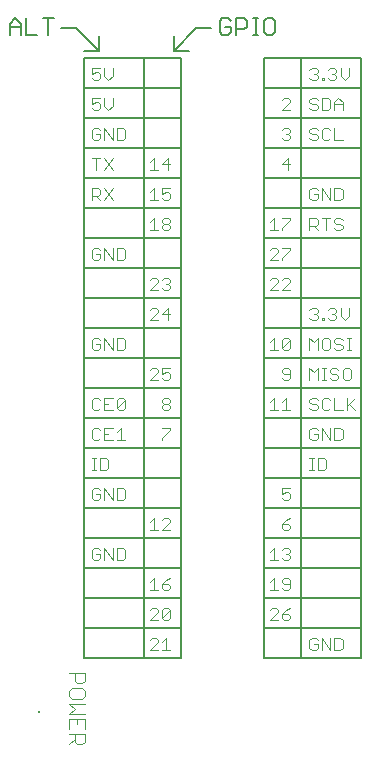
<source format=gto>
G75*
%MOIN*%
%OFA0B0*%
%FSLAX25Y25*%
%IPPOS*%
%LPD*%
%AMOC8*
5,1,8,0,0,1.08239X$1,22.5*
%
%ADD10C,0.00400*%
%ADD11C,0.00800*%
%ADD12C,0.00500*%
%ADD13R,0.00787X0.00787*%
D10*
X0023700Y0004801D02*
X0025401Y0006502D01*
X0025401Y0005651D02*
X0025401Y0008204D01*
X0023700Y0008204D02*
X0028804Y0008204D01*
X0028804Y0005651D01*
X0027954Y0004801D01*
X0026252Y0004801D01*
X0025401Y0005651D01*
X0023700Y0009865D02*
X0023700Y0013268D01*
X0028804Y0013268D01*
X0028804Y0009865D01*
X0026252Y0011566D02*
X0026252Y0013268D01*
X0023700Y0014929D02*
X0025401Y0016631D01*
X0023700Y0018332D01*
X0028804Y0018332D01*
X0027954Y0019994D02*
X0028804Y0020844D01*
X0028804Y0022546D01*
X0027954Y0023396D01*
X0024551Y0023396D01*
X0023700Y0022546D01*
X0023700Y0020844D01*
X0024551Y0019994D01*
X0027954Y0019994D01*
X0027954Y0025058D02*
X0026252Y0025058D01*
X0025401Y0025909D01*
X0025401Y0028461D01*
X0023700Y0028461D02*
X0028804Y0028461D01*
X0028804Y0025909D01*
X0027954Y0025058D01*
X0028804Y0014929D02*
X0023700Y0014929D01*
X0031884Y0066200D02*
X0033252Y0066200D01*
X0033936Y0066884D01*
X0033936Y0068252D01*
X0032568Y0068252D01*
X0033936Y0069620D02*
X0033252Y0070304D01*
X0031884Y0070304D01*
X0031200Y0069620D01*
X0031200Y0066884D01*
X0031884Y0066200D01*
X0035344Y0066200D02*
X0035344Y0070304D01*
X0038079Y0066200D01*
X0038079Y0070304D01*
X0039487Y0070304D02*
X0039487Y0066200D01*
X0041539Y0066200D01*
X0042223Y0066884D01*
X0042223Y0069620D01*
X0041539Y0070304D01*
X0039487Y0070304D01*
X0039487Y0086200D02*
X0041539Y0086200D01*
X0042223Y0086884D01*
X0042223Y0089620D01*
X0041539Y0090304D01*
X0039487Y0090304D01*
X0039487Y0086200D01*
X0038079Y0086200D02*
X0038079Y0090304D01*
X0035344Y0090304D02*
X0035344Y0086200D01*
X0033936Y0086884D02*
X0033936Y0088252D01*
X0032568Y0088252D01*
X0033936Y0089620D02*
X0033252Y0090304D01*
X0031884Y0090304D01*
X0031200Y0089620D01*
X0031200Y0086884D01*
X0031884Y0086200D01*
X0033252Y0086200D01*
X0033936Y0086884D01*
X0035344Y0090304D02*
X0038079Y0086200D01*
X0036014Y0096200D02*
X0033962Y0096200D01*
X0033962Y0100304D01*
X0036014Y0100304D01*
X0036698Y0099620D01*
X0036698Y0096884D01*
X0036014Y0096200D01*
X0032568Y0096200D02*
X0031200Y0096200D01*
X0031884Y0096200D02*
X0031884Y0100304D01*
X0031200Y0100304D02*
X0032568Y0100304D01*
X0031884Y0106200D02*
X0033252Y0106200D01*
X0033936Y0106884D01*
X0035344Y0106200D02*
X0035344Y0110304D01*
X0038079Y0110304D01*
X0039487Y0108936D02*
X0040855Y0110304D01*
X0040855Y0106200D01*
X0039487Y0106200D02*
X0042223Y0106200D01*
X0038079Y0106200D02*
X0035344Y0106200D01*
X0035344Y0108252D02*
X0036711Y0108252D01*
X0033936Y0109620D02*
X0033252Y0110304D01*
X0031884Y0110304D01*
X0031200Y0109620D01*
X0031200Y0106884D01*
X0031884Y0106200D01*
X0031884Y0116200D02*
X0033252Y0116200D01*
X0033936Y0116884D01*
X0035344Y0116200D02*
X0038079Y0116200D01*
X0039487Y0116884D02*
X0039487Y0119620D01*
X0040171Y0120304D01*
X0041539Y0120304D01*
X0042223Y0119620D01*
X0039487Y0116884D01*
X0040171Y0116200D01*
X0041539Y0116200D01*
X0042223Y0116884D01*
X0042223Y0119620D01*
X0038079Y0120304D02*
X0035344Y0120304D01*
X0035344Y0116200D01*
X0035344Y0118252D02*
X0036711Y0118252D01*
X0033936Y0119620D02*
X0033252Y0120304D01*
X0031884Y0120304D01*
X0031200Y0119620D01*
X0031200Y0116884D01*
X0031884Y0116200D01*
X0031884Y0136200D02*
X0033252Y0136200D01*
X0033936Y0136884D01*
X0033936Y0138252D01*
X0032568Y0138252D01*
X0033936Y0139620D02*
X0033252Y0140304D01*
X0031884Y0140304D01*
X0031200Y0139620D01*
X0031200Y0136884D01*
X0031884Y0136200D01*
X0035344Y0136200D02*
X0035344Y0140304D01*
X0038079Y0136200D01*
X0038079Y0140304D01*
X0039487Y0140304D02*
X0039487Y0136200D01*
X0041539Y0136200D01*
X0042223Y0136884D01*
X0042223Y0139620D01*
X0041539Y0140304D01*
X0039487Y0140304D01*
X0050413Y0146200D02*
X0053149Y0148936D01*
X0053149Y0149620D01*
X0052465Y0150304D01*
X0051097Y0150304D01*
X0050413Y0149620D01*
X0050413Y0146200D02*
X0053149Y0146200D01*
X0054556Y0148252D02*
X0057292Y0148252D01*
X0056608Y0146200D02*
X0056608Y0150304D01*
X0054556Y0148252D01*
X0055240Y0156200D02*
X0054556Y0156884D01*
X0055240Y0156200D02*
X0056608Y0156200D01*
X0057292Y0156884D01*
X0057292Y0157568D01*
X0056608Y0158252D01*
X0055924Y0158252D01*
X0056608Y0158252D02*
X0057292Y0158936D01*
X0057292Y0159620D01*
X0056608Y0160304D01*
X0055240Y0160304D01*
X0054556Y0159620D01*
X0053149Y0159620D02*
X0052465Y0160304D01*
X0051097Y0160304D01*
X0050413Y0159620D01*
X0053149Y0158936D02*
X0050413Y0156200D01*
X0053149Y0156200D01*
X0053149Y0158936D02*
X0053149Y0159620D01*
X0053149Y0176200D02*
X0050413Y0176200D01*
X0051781Y0176200D02*
X0051781Y0180304D01*
X0050413Y0178936D01*
X0054556Y0178936D02*
X0054556Y0179620D01*
X0055240Y0180304D01*
X0056608Y0180304D01*
X0057292Y0179620D01*
X0057292Y0178936D01*
X0056608Y0178252D01*
X0055240Y0178252D01*
X0054556Y0178936D01*
X0055240Y0178252D02*
X0054556Y0177568D01*
X0054556Y0176884D01*
X0055240Y0176200D01*
X0056608Y0176200D01*
X0057292Y0176884D01*
X0057292Y0177568D01*
X0056608Y0178252D01*
X0056608Y0186200D02*
X0055240Y0186200D01*
X0054556Y0186884D01*
X0054556Y0188252D02*
X0055924Y0188936D01*
X0056608Y0188936D01*
X0057292Y0188252D01*
X0057292Y0186884D01*
X0056608Y0186200D01*
X0057292Y0190304D02*
X0054556Y0190304D01*
X0054556Y0188252D01*
X0053149Y0186200D02*
X0050413Y0186200D01*
X0051781Y0186200D02*
X0051781Y0190304D01*
X0050413Y0188936D01*
X0050413Y0196200D02*
X0053149Y0196200D01*
X0051781Y0196200D02*
X0051781Y0200304D01*
X0050413Y0198936D01*
X0054556Y0198252D02*
X0057292Y0198252D01*
X0056608Y0200304D02*
X0054556Y0198252D01*
X0056608Y0196200D02*
X0056608Y0200304D01*
X0042223Y0206884D02*
X0041539Y0206200D01*
X0039487Y0206200D01*
X0039487Y0210304D01*
X0041539Y0210304D01*
X0042223Y0209620D01*
X0042223Y0206884D01*
X0038079Y0206200D02*
X0038079Y0210304D01*
X0035344Y0210304D02*
X0035344Y0206200D01*
X0033936Y0206884D02*
X0033936Y0208252D01*
X0032568Y0208252D01*
X0033936Y0209620D02*
X0033252Y0210304D01*
X0031884Y0210304D01*
X0031200Y0209620D01*
X0031200Y0206884D01*
X0031884Y0206200D01*
X0033252Y0206200D01*
X0033936Y0206884D01*
X0035344Y0210304D02*
X0038079Y0206200D01*
X0038079Y0200304D02*
X0035344Y0196200D01*
X0038079Y0196200D02*
X0035344Y0200304D01*
X0033936Y0200304D02*
X0031200Y0200304D01*
X0032568Y0200304D02*
X0032568Y0196200D01*
X0033252Y0190304D02*
X0031200Y0190304D01*
X0031200Y0186200D01*
X0031200Y0187568D02*
X0033252Y0187568D01*
X0033936Y0188252D01*
X0033936Y0189620D01*
X0033252Y0190304D01*
X0032568Y0187568D02*
X0033936Y0186200D01*
X0035344Y0186200D02*
X0038079Y0190304D01*
X0035344Y0190304D02*
X0038079Y0186200D01*
X0038079Y0170304D02*
X0038079Y0166200D01*
X0035344Y0170304D01*
X0035344Y0166200D01*
X0033936Y0166884D02*
X0033936Y0168252D01*
X0032568Y0168252D01*
X0033936Y0169620D02*
X0033252Y0170304D01*
X0031884Y0170304D01*
X0031200Y0169620D01*
X0031200Y0166884D01*
X0031884Y0166200D01*
X0033252Y0166200D01*
X0033936Y0166884D01*
X0039487Y0166200D02*
X0041539Y0166200D01*
X0042223Y0166884D01*
X0042223Y0169620D01*
X0041539Y0170304D01*
X0039487Y0170304D01*
X0039487Y0166200D01*
X0051097Y0130304D02*
X0050413Y0129620D01*
X0051097Y0130304D02*
X0052465Y0130304D01*
X0053149Y0129620D01*
X0053149Y0128936D01*
X0050413Y0126200D01*
X0053149Y0126200D01*
X0054556Y0126884D02*
X0055240Y0126200D01*
X0056608Y0126200D01*
X0057292Y0126884D01*
X0057292Y0128252D01*
X0056608Y0128936D01*
X0055924Y0128936D01*
X0054556Y0128252D01*
X0054556Y0130304D01*
X0057292Y0130304D01*
X0056608Y0120304D02*
X0055240Y0120304D01*
X0054556Y0119620D01*
X0054556Y0118936D01*
X0055240Y0118252D01*
X0056608Y0118252D01*
X0057292Y0117568D01*
X0057292Y0116884D01*
X0056608Y0116200D01*
X0055240Y0116200D01*
X0054556Y0116884D01*
X0054556Y0117568D01*
X0055240Y0118252D01*
X0056608Y0118252D02*
X0057292Y0118936D01*
X0057292Y0119620D01*
X0056608Y0120304D01*
X0057292Y0110304D02*
X0054556Y0110304D01*
X0057292Y0109620D02*
X0054556Y0106884D01*
X0054556Y0106200D01*
X0057292Y0109620D02*
X0057292Y0110304D01*
X0056608Y0080304D02*
X0055240Y0080304D01*
X0054556Y0079620D01*
X0057292Y0078936D02*
X0054556Y0076200D01*
X0057292Y0076200D01*
X0057292Y0078936D02*
X0057292Y0079620D01*
X0056608Y0080304D01*
X0053149Y0076200D02*
X0050413Y0076200D01*
X0051781Y0076200D02*
X0051781Y0080304D01*
X0050413Y0078936D01*
X0051781Y0060304D02*
X0051781Y0056200D01*
X0050413Y0056200D02*
X0053149Y0056200D01*
X0054556Y0056884D02*
X0054556Y0058252D01*
X0056608Y0058252D01*
X0057292Y0057568D01*
X0057292Y0056884D01*
X0056608Y0056200D01*
X0055240Y0056200D01*
X0054556Y0056884D01*
X0054556Y0058252D02*
X0055924Y0059620D01*
X0057292Y0060304D01*
X0056608Y0050304D02*
X0055240Y0050304D01*
X0054556Y0049620D01*
X0054556Y0046884D01*
X0057292Y0049620D01*
X0057292Y0046884D01*
X0056608Y0046200D01*
X0055240Y0046200D01*
X0054556Y0046884D01*
X0053149Y0046200D02*
X0050413Y0046200D01*
X0053149Y0048936D01*
X0053149Y0049620D01*
X0052465Y0050304D01*
X0051097Y0050304D01*
X0050413Y0049620D01*
X0050413Y0058936D02*
X0051781Y0060304D01*
X0056608Y0050304D02*
X0057292Y0049620D01*
X0055924Y0040304D02*
X0054556Y0038936D01*
X0053149Y0038936D02*
X0053149Y0039620D01*
X0052465Y0040304D01*
X0051097Y0040304D01*
X0050413Y0039620D01*
X0053149Y0038936D02*
X0050413Y0036200D01*
X0053149Y0036200D01*
X0054556Y0036200D02*
X0057292Y0036200D01*
X0055924Y0036200D02*
X0055924Y0040304D01*
X0090413Y0046200D02*
X0093149Y0048936D01*
X0093149Y0049620D01*
X0092465Y0050304D01*
X0091097Y0050304D01*
X0090413Y0049620D01*
X0090413Y0046200D02*
X0093149Y0046200D01*
X0094556Y0046884D02*
X0095240Y0046200D01*
X0096608Y0046200D01*
X0097292Y0046884D01*
X0097292Y0047568D01*
X0096608Y0048252D01*
X0094556Y0048252D01*
X0094556Y0046884D01*
X0094556Y0048252D02*
X0095924Y0049620D01*
X0097292Y0050304D01*
X0096608Y0056200D02*
X0095240Y0056200D01*
X0094556Y0056884D01*
X0095240Y0058252D02*
X0094556Y0058936D01*
X0094556Y0059620D01*
X0095240Y0060304D01*
X0096608Y0060304D01*
X0097292Y0059620D01*
X0097292Y0056884D01*
X0096608Y0056200D01*
X0097292Y0058252D02*
X0095240Y0058252D01*
X0093149Y0056200D02*
X0090413Y0056200D01*
X0091781Y0056200D02*
X0091781Y0060304D01*
X0090413Y0058936D01*
X0090413Y0066200D02*
X0093149Y0066200D01*
X0091781Y0066200D02*
X0091781Y0070304D01*
X0090413Y0068936D01*
X0094556Y0069620D02*
X0095240Y0070304D01*
X0096608Y0070304D01*
X0097292Y0069620D01*
X0097292Y0068936D01*
X0096608Y0068252D01*
X0097292Y0067568D01*
X0097292Y0066884D01*
X0096608Y0066200D01*
X0095240Y0066200D01*
X0094556Y0066884D01*
X0095924Y0068252D02*
X0096608Y0068252D01*
X0096608Y0076200D02*
X0095240Y0076200D01*
X0094556Y0076884D01*
X0094556Y0078252D01*
X0096608Y0078252D01*
X0097292Y0077568D01*
X0097292Y0076884D01*
X0096608Y0076200D01*
X0094556Y0078252D02*
X0095924Y0079620D01*
X0097292Y0080304D01*
X0096608Y0086200D02*
X0095240Y0086200D01*
X0094556Y0086884D01*
X0094556Y0088252D02*
X0095924Y0088936D01*
X0096608Y0088936D01*
X0097292Y0088252D01*
X0097292Y0086884D01*
X0096608Y0086200D01*
X0094556Y0088252D02*
X0094556Y0090304D01*
X0097292Y0090304D01*
X0103700Y0096200D02*
X0105068Y0096200D01*
X0104384Y0096200D02*
X0104384Y0100304D01*
X0103700Y0100304D02*
X0105068Y0100304D01*
X0106462Y0100304D02*
X0106462Y0096200D01*
X0108514Y0096200D01*
X0109198Y0096884D01*
X0109198Y0099620D01*
X0108514Y0100304D01*
X0106462Y0100304D01*
X0105752Y0106200D02*
X0104384Y0106200D01*
X0103700Y0106884D01*
X0103700Y0109620D01*
X0104384Y0110304D01*
X0105752Y0110304D01*
X0106436Y0109620D01*
X0106436Y0108252D02*
X0105068Y0108252D01*
X0106436Y0108252D02*
X0106436Y0106884D01*
X0105752Y0106200D01*
X0107844Y0106200D02*
X0107844Y0110304D01*
X0110579Y0106200D01*
X0110579Y0110304D01*
X0111987Y0110304D02*
X0111987Y0106200D01*
X0114039Y0106200D01*
X0114723Y0106884D01*
X0114723Y0109620D01*
X0114039Y0110304D01*
X0111987Y0110304D01*
X0111987Y0116200D02*
X0114723Y0116200D01*
X0116131Y0116200D02*
X0116131Y0120304D01*
X0116815Y0118252D02*
X0118866Y0116200D01*
X0116131Y0117568D02*
X0118866Y0120304D01*
X0116801Y0126200D02*
X0117485Y0126884D01*
X0117485Y0129620D01*
X0116801Y0130304D01*
X0115433Y0130304D01*
X0114749Y0129620D01*
X0114749Y0126884D01*
X0115433Y0126200D01*
X0116801Y0126200D01*
X0113342Y0126884D02*
X0112658Y0126200D01*
X0111290Y0126200D01*
X0110606Y0126884D01*
X0111290Y0128252D02*
X0110606Y0128936D01*
X0110606Y0129620D01*
X0111290Y0130304D01*
X0112658Y0130304D01*
X0113342Y0129620D01*
X0112658Y0128252D02*
X0113342Y0127568D01*
X0113342Y0126884D01*
X0112658Y0128252D02*
X0111290Y0128252D01*
X0109211Y0130304D02*
X0107844Y0130304D01*
X0108527Y0130304D02*
X0108527Y0126200D01*
X0107844Y0126200D02*
X0109211Y0126200D01*
X0106436Y0126200D02*
X0106436Y0130304D01*
X0105068Y0128936D01*
X0103700Y0130304D01*
X0103700Y0126200D01*
X0104384Y0120304D02*
X0103700Y0119620D01*
X0103700Y0118936D01*
X0104384Y0118252D01*
X0105752Y0118252D01*
X0106436Y0117568D01*
X0106436Y0116884D01*
X0105752Y0116200D01*
X0104384Y0116200D01*
X0103700Y0116884D01*
X0104384Y0120304D02*
X0105752Y0120304D01*
X0106436Y0119620D01*
X0107844Y0119620D02*
X0107844Y0116884D01*
X0108527Y0116200D01*
X0109895Y0116200D01*
X0110579Y0116884D01*
X0111987Y0116200D02*
X0111987Y0120304D01*
X0110579Y0119620D02*
X0109895Y0120304D01*
X0108527Y0120304D01*
X0107844Y0119620D01*
X0108527Y0136200D02*
X0107844Y0136884D01*
X0107844Y0139620D01*
X0108527Y0140304D01*
X0109895Y0140304D01*
X0110579Y0139620D01*
X0110579Y0136884D01*
X0109895Y0136200D01*
X0108527Y0136200D01*
X0106436Y0136200D02*
X0106436Y0140304D01*
X0105068Y0138936D01*
X0103700Y0140304D01*
X0103700Y0136200D01*
X0104384Y0146200D02*
X0103700Y0146884D01*
X0104384Y0146200D02*
X0105752Y0146200D01*
X0106436Y0146884D01*
X0106436Y0147568D01*
X0105752Y0148252D01*
X0105068Y0148252D01*
X0105752Y0148252D02*
X0106436Y0148936D01*
X0106436Y0149620D01*
X0105752Y0150304D01*
X0104384Y0150304D01*
X0103700Y0149620D01*
X0107844Y0146884D02*
X0107844Y0146200D01*
X0108527Y0146200D01*
X0108527Y0146884D01*
X0107844Y0146884D01*
X0109915Y0146884D02*
X0110599Y0146200D01*
X0111967Y0146200D01*
X0112651Y0146884D01*
X0112651Y0147568D01*
X0111967Y0148252D01*
X0111283Y0148252D01*
X0111967Y0148252D02*
X0112651Y0148936D01*
X0112651Y0149620D01*
X0111967Y0150304D01*
X0110599Y0150304D01*
X0109915Y0149620D01*
X0114059Y0150304D02*
X0114059Y0147568D01*
X0115427Y0146200D01*
X0116795Y0147568D01*
X0116795Y0150304D01*
X0116815Y0140304D02*
X0116815Y0136200D01*
X0117498Y0136200D02*
X0116131Y0136200D01*
X0114723Y0136884D02*
X0114039Y0136200D01*
X0112671Y0136200D01*
X0111987Y0136884D01*
X0112671Y0138252D02*
X0111987Y0138936D01*
X0111987Y0139620D01*
X0112671Y0140304D01*
X0114039Y0140304D01*
X0114723Y0139620D01*
X0114039Y0138252D02*
X0114723Y0137568D01*
X0114723Y0136884D01*
X0114039Y0138252D02*
X0112671Y0138252D01*
X0116131Y0140304D02*
X0117498Y0140304D01*
X0114039Y0176200D02*
X0112671Y0176200D01*
X0111987Y0176884D01*
X0112671Y0178252D02*
X0111987Y0178936D01*
X0111987Y0179620D01*
X0112671Y0180304D01*
X0114039Y0180304D01*
X0114723Y0179620D01*
X0114039Y0178252D02*
X0114723Y0177568D01*
X0114723Y0176884D01*
X0114039Y0176200D01*
X0114039Y0178252D02*
X0112671Y0178252D01*
X0110579Y0180304D02*
X0107844Y0180304D01*
X0109211Y0180304D02*
X0109211Y0176200D01*
X0106436Y0176200D02*
X0105068Y0177568D01*
X0105752Y0177568D02*
X0103700Y0177568D01*
X0103700Y0176200D02*
X0103700Y0180304D01*
X0105752Y0180304D01*
X0106436Y0179620D01*
X0106436Y0178252D01*
X0105752Y0177568D01*
X0105752Y0186200D02*
X0104384Y0186200D01*
X0103700Y0186884D01*
X0103700Y0189620D01*
X0104384Y0190304D01*
X0105752Y0190304D01*
X0106436Y0189620D01*
X0106436Y0188252D02*
X0105068Y0188252D01*
X0106436Y0188252D02*
X0106436Y0186884D01*
X0105752Y0186200D01*
X0107844Y0186200D02*
X0107844Y0190304D01*
X0110579Y0186200D01*
X0110579Y0190304D01*
X0111987Y0190304D02*
X0111987Y0186200D01*
X0114039Y0186200D01*
X0114723Y0186884D01*
X0114723Y0189620D01*
X0114039Y0190304D01*
X0111987Y0190304D01*
X0111987Y0206200D02*
X0114723Y0206200D01*
X0111987Y0206200D02*
X0111987Y0210304D01*
X0110579Y0209620D02*
X0109895Y0210304D01*
X0108527Y0210304D01*
X0107844Y0209620D01*
X0107844Y0206884D01*
X0108527Y0206200D01*
X0109895Y0206200D01*
X0110579Y0206884D01*
X0106436Y0206884D02*
X0105752Y0206200D01*
X0104384Y0206200D01*
X0103700Y0206884D01*
X0104384Y0208252D02*
X0105752Y0208252D01*
X0106436Y0207568D01*
X0106436Y0206884D01*
X0106436Y0209620D02*
X0105752Y0210304D01*
X0104384Y0210304D01*
X0103700Y0209620D01*
X0103700Y0208936D01*
X0104384Y0208252D01*
X0104384Y0216200D02*
X0103700Y0216884D01*
X0104384Y0216200D02*
X0105752Y0216200D01*
X0106436Y0216884D01*
X0106436Y0217568D01*
X0105752Y0218252D01*
X0104384Y0218252D01*
X0103700Y0218936D01*
X0103700Y0219620D01*
X0104384Y0220304D01*
X0105752Y0220304D01*
X0106436Y0219620D01*
X0107844Y0220304D02*
X0107844Y0216200D01*
X0109895Y0216200D01*
X0110579Y0216884D01*
X0110579Y0219620D01*
X0109895Y0220304D01*
X0107844Y0220304D01*
X0111987Y0218936D02*
X0111987Y0216200D01*
X0111987Y0218252D02*
X0114723Y0218252D01*
X0114723Y0218936D02*
X0114723Y0216200D01*
X0114723Y0218936D02*
X0113355Y0220304D01*
X0111987Y0218936D01*
X0111967Y0226200D02*
X0110599Y0226200D01*
X0109915Y0226884D01*
X0108527Y0226884D02*
X0108527Y0226200D01*
X0107844Y0226200D01*
X0107844Y0226884D01*
X0108527Y0226884D01*
X0109915Y0229620D02*
X0110599Y0230304D01*
X0111967Y0230304D01*
X0112651Y0229620D01*
X0112651Y0228936D01*
X0111967Y0228252D01*
X0112651Y0227568D01*
X0112651Y0226884D01*
X0111967Y0226200D01*
X0111967Y0228252D02*
X0111283Y0228252D01*
X0114059Y0227568D02*
X0115427Y0226200D01*
X0116795Y0227568D01*
X0116795Y0230304D01*
X0114059Y0230304D02*
X0114059Y0227568D01*
X0106436Y0227568D02*
X0106436Y0226884D01*
X0105752Y0226200D01*
X0104384Y0226200D01*
X0103700Y0226884D01*
X0105068Y0228252D02*
X0105752Y0228252D01*
X0106436Y0227568D01*
X0105752Y0228252D02*
X0106436Y0228936D01*
X0106436Y0229620D01*
X0105752Y0230304D01*
X0104384Y0230304D01*
X0103700Y0229620D01*
X0096608Y0220304D02*
X0097292Y0219620D01*
X0097292Y0218936D01*
X0094556Y0216200D01*
X0097292Y0216200D01*
X0096608Y0220304D02*
X0095240Y0220304D01*
X0094556Y0219620D01*
X0095240Y0210304D02*
X0094556Y0209620D01*
X0095240Y0210304D02*
X0096608Y0210304D01*
X0097292Y0209620D01*
X0097292Y0208936D01*
X0096608Y0208252D01*
X0097292Y0207568D01*
X0097292Y0206884D01*
X0096608Y0206200D01*
X0095240Y0206200D01*
X0094556Y0206884D01*
X0095924Y0208252D02*
X0096608Y0208252D01*
X0096608Y0200304D02*
X0094556Y0198252D01*
X0097292Y0198252D01*
X0096608Y0196200D02*
X0096608Y0200304D01*
X0097292Y0180304D02*
X0094556Y0180304D01*
X0097292Y0179620D02*
X0094556Y0176884D01*
X0094556Y0176200D01*
X0093149Y0176200D02*
X0090413Y0176200D01*
X0091781Y0176200D02*
X0091781Y0180304D01*
X0090413Y0178936D01*
X0091097Y0170304D02*
X0090413Y0169620D01*
X0091097Y0170304D02*
X0092465Y0170304D01*
X0093149Y0169620D01*
X0093149Y0168936D01*
X0090413Y0166200D01*
X0093149Y0166200D01*
X0094556Y0166200D02*
X0094556Y0166884D01*
X0097292Y0169620D01*
X0097292Y0170304D01*
X0094556Y0170304D01*
X0097292Y0179620D02*
X0097292Y0180304D01*
X0096608Y0160304D02*
X0095240Y0160304D01*
X0094556Y0159620D01*
X0093149Y0159620D02*
X0092465Y0160304D01*
X0091097Y0160304D01*
X0090413Y0159620D01*
X0093149Y0158936D02*
X0090413Y0156200D01*
X0093149Y0156200D01*
X0094556Y0156200D02*
X0097292Y0158936D01*
X0097292Y0159620D01*
X0096608Y0160304D01*
X0097292Y0156200D02*
X0094556Y0156200D01*
X0093149Y0158936D02*
X0093149Y0159620D01*
X0091781Y0140304D02*
X0090413Y0138936D01*
X0091781Y0140304D02*
X0091781Y0136200D01*
X0090413Y0136200D02*
X0093149Y0136200D01*
X0094556Y0136884D02*
X0094556Y0139620D01*
X0095240Y0140304D01*
X0096608Y0140304D01*
X0097292Y0139620D01*
X0094556Y0136884D01*
X0095240Y0136200D01*
X0096608Y0136200D01*
X0097292Y0136884D01*
X0097292Y0139620D01*
X0096608Y0130304D02*
X0095240Y0130304D01*
X0094556Y0129620D01*
X0094556Y0128936D01*
X0095240Y0128252D01*
X0097292Y0128252D01*
X0097292Y0129620D02*
X0096608Y0130304D01*
X0097292Y0129620D02*
X0097292Y0126884D01*
X0096608Y0126200D01*
X0095240Y0126200D01*
X0094556Y0126884D01*
X0095924Y0120304D02*
X0095924Y0116200D01*
X0094556Y0116200D02*
X0097292Y0116200D01*
X0094556Y0118936D02*
X0095924Y0120304D01*
X0093149Y0116200D02*
X0090413Y0116200D01*
X0091781Y0116200D02*
X0091781Y0120304D01*
X0090413Y0118936D01*
X0104384Y0040304D02*
X0103700Y0039620D01*
X0103700Y0036884D01*
X0104384Y0036200D01*
X0105752Y0036200D01*
X0106436Y0036884D01*
X0106436Y0038252D01*
X0105068Y0038252D01*
X0106436Y0039620D02*
X0105752Y0040304D01*
X0104384Y0040304D01*
X0107844Y0040304D02*
X0107844Y0036200D01*
X0110579Y0036200D02*
X0107844Y0040304D01*
X0110579Y0040304D02*
X0110579Y0036200D01*
X0111987Y0036200D02*
X0111987Y0040304D01*
X0114039Y0040304D01*
X0114723Y0039620D01*
X0114723Y0036884D01*
X0114039Y0036200D01*
X0111987Y0036200D01*
X0036711Y0216200D02*
X0035344Y0217568D01*
X0035344Y0220304D01*
X0033936Y0220304D02*
X0031200Y0220304D01*
X0031200Y0218252D01*
X0032568Y0218936D01*
X0033252Y0218936D01*
X0033936Y0218252D01*
X0033936Y0216884D01*
X0033252Y0216200D01*
X0031884Y0216200D01*
X0031200Y0216884D01*
X0036711Y0216200D02*
X0038079Y0217568D01*
X0038079Y0220304D01*
X0036711Y0226200D02*
X0035344Y0227568D01*
X0035344Y0230304D01*
X0033936Y0230304D02*
X0031200Y0230304D01*
X0031200Y0228252D01*
X0032568Y0228936D01*
X0033252Y0228936D01*
X0033936Y0228252D01*
X0033936Y0226884D01*
X0033252Y0226200D01*
X0031884Y0226200D01*
X0031200Y0226884D01*
X0036711Y0226200D02*
X0038079Y0227568D01*
X0038079Y0230304D01*
D11*
X0033500Y0236000D02*
X0033500Y0241000D01*
X0033500Y0236000D02*
X0026000Y0243500D01*
X0021000Y0243500D01*
X0028500Y0236000D02*
X0033500Y0236000D01*
X0028500Y0233500D02*
X0028500Y0223500D01*
X0061000Y0223500D01*
X0061000Y0213500D01*
X0028500Y0213500D01*
X0028500Y0223500D01*
X0028500Y0233500D02*
X0048500Y0233500D01*
X0048500Y0033500D01*
X0028500Y0033500D01*
X0028500Y0043500D01*
X0061000Y0043500D01*
X0061000Y0033500D01*
X0048500Y0033500D01*
X0061000Y0043500D02*
X0061000Y0053500D01*
X0028500Y0053500D01*
X0028500Y0063500D01*
X0061000Y0063500D01*
X0061000Y0053500D01*
X0061000Y0063500D02*
X0061000Y0073500D01*
X0028500Y0073500D01*
X0028500Y0083500D01*
X0061000Y0083500D01*
X0061000Y0073500D01*
X0061000Y0083500D02*
X0061000Y0093500D01*
X0028500Y0093500D01*
X0028500Y0103500D01*
X0061000Y0103500D01*
X0061000Y0093500D01*
X0061000Y0103500D02*
X0061000Y0113500D01*
X0028500Y0113500D01*
X0028500Y0123500D01*
X0061000Y0123500D01*
X0061000Y0113500D01*
X0061000Y0123500D02*
X0061000Y0133500D01*
X0028500Y0133500D01*
X0028500Y0143500D01*
X0061000Y0143500D01*
X0061000Y0133500D01*
X0061000Y0143500D02*
X0061000Y0153500D01*
X0028500Y0153500D01*
X0028500Y0163500D01*
X0061000Y0163500D01*
X0061000Y0153500D01*
X0061000Y0163500D02*
X0061000Y0173500D01*
X0028500Y0173500D01*
X0028500Y0183500D01*
X0061000Y0183500D01*
X0061000Y0173500D01*
X0061000Y0183500D02*
X0061000Y0193500D01*
X0028500Y0193500D01*
X0028500Y0203500D01*
X0061000Y0203500D01*
X0061000Y0193500D01*
X0061000Y0203500D02*
X0061000Y0213500D01*
X0061000Y0223500D02*
X0061000Y0233500D01*
X0048500Y0233500D01*
X0058500Y0236000D02*
X0063500Y0236000D01*
X0058500Y0236000D02*
X0066000Y0243500D01*
X0071000Y0243500D01*
X0058500Y0241000D02*
X0058500Y0236000D01*
X0028500Y0213500D02*
X0028500Y0203500D01*
X0028500Y0193500D02*
X0028500Y0183500D01*
X0028500Y0173500D02*
X0028500Y0163500D01*
X0028500Y0153500D02*
X0028500Y0143500D01*
X0028500Y0133500D02*
X0028500Y0123500D01*
X0028500Y0113500D02*
X0028500Y0103500D01*
X0028500Y0093500D02*
X0028500Y0083500D01*
X0028500Y0073500D02*
X0028500Y0063500D01*
X0028500Y0053500D02*
X0028500Y0043500D01*
X0088500Y0043500D02*
X0088500Y0033500D01*
X0101000Y0033500D01*
X0101000Y0233500D01*
X0088500Y0233500D01*
X0088500Y0223500D01*
X0121000Y0223500D01*
X0121000Y0213500D01*
X0088500Y0213500D01*
X0088500Y0223500D01*
X0088500Y0213500D02*
X0088500Y0203500D01*
X0121000Y0203500D01*
X0121000Y0193500D01*
X0088500Y0193500D01*
X0088500Y0203500D01*
X0088500Y0193500D02*
X0088500Y0183500D01*
X0121000Y0183500D01*
X0121000Y0173500D01*
X0088500Y0173500D01*
X0088500Y0183500D01*
X0088500Y0173500D02*
X0088500Y0163500D01*
X0121000Y0163500D01*
X0121000Y0153500D01*
X0088500Y0153500D01*
X0088500Y0163500D01*
X0088500Y0153500D02*
X0088500Y0143500D01*
X0121000Y0143500D01*
X0121000Y0133500D01*
X0088500Y0133500D01*
X0088500Y0143500D01*
X0088500Y0133500D02*
X0088500Y0123500D01*
X0121000Y0123500D01*
X0121000Y0113500D01*
X0088500Y0113500D01*
X0088500Y0123500D01*
X0088500Y0113500D02*
X0088500Y0103500D01*
X0121000Y0103500D01*
X0121000Y0093500D01*
X0088500Y0093500D01*
X0088500Y0103500D01*
X0088500Y0093500D02*
X0088500Y0083500D01*
X0121000Y0083500D01*
X0121000Y0073500D01*
X0088500Y0073500D01*
X0088500Y0083500D01*
X0088500Y0073500D02*
X0088500Y0063500D01*
X0121000Y0063500D01*
X0121000Y0053500D01*
X0088500Y0053500D01*
X0088500Y0063500D01*
X0088500Y0053500D02*
X0088500Y0043500D01*
X0121000Y0043500D01*
X0121000Y0033500D01*
X0101000Y0033500D01*
X0121000Y0043500D02*
X0121000Y0053500D01*
X0121000Y0063500D02*
X0121000Y0073500D01*
X0121000Y0083500D02*
X0121000Y0093500D01*
X0121000Y0103500D02*
X0121000Y0113500D01*
X0121000Y0123500D02*
X0121000Y0133500D01*
X0121000Y0143500D02*
X0121000Y0153500D01*
X0121000Y0163500D02*
X0121000Y0173500D01*
X0121000Y0183500D02*
X0121000Y0193500D01*
X0121000Y0203500D02*
X0121000Y0213500D01*
X0121000Y0223500D02*
X0121000Y0233500D01*
X0101000Y0233500D01*
D12*
X0092152Y0242167D02*
X0092152Y0245837D01*
X0091235Y0246755D01*
X0089400Y0246755D01*
X0088483Y0245837D01*
X0088483Y0242167D01*
X0089400Y0241250D01*
X0091235Y0241250D01*
X0092152Y0242167D01*
X0086634Y0241250D02*
X0084799Y0241250D01*
X0085717Y0241250D02*
X0085717Y0246755D01*
X0086634Y0246755D02*
X0084799Y0246755D01*
X0082945Y0245837D02*
X0082945Y0244002D01*
X0082027Y0243085D01*
X0079275Y0243085D01*
X0079275Y0241250D02*
X0079275Y0246755D01*
X0082027Y0246755D01*
X0082945Y0245837D01*
X0077420Y0245837D02*
X0076502Y0246755D01*
X0074667Y0246755D01*
X0073750Y0245837D01*
X0073750Y0242167D01*
X0074667Y0241250D01*
X0076502Y0241250D01*
X0077420Y0242167D01*
X0077420Y0244002D01*
X0075585Y0244002D01*
X0018469Y0246755D02*
X0014799Y0246755D01*
X0016634Y0246755D02*
X0016634Y0241250D01*
X0012945Y0241250D02*
X0009275Y0241250D01*
X0009275Y0246755D01*
X0007420Y0244920D02*
X0007420Y0241250D01*
X0007420Y0244002D02*
X0003750Y0244002D01*
X0003750Y0244920D02*
X0003750Y0241250D01*
X0003750Y0244920D02*
X0005585Y0246755D01*
X0007420Y0244920D01*
D13*
X0013500Y0015606D03*
M02*

</source>
